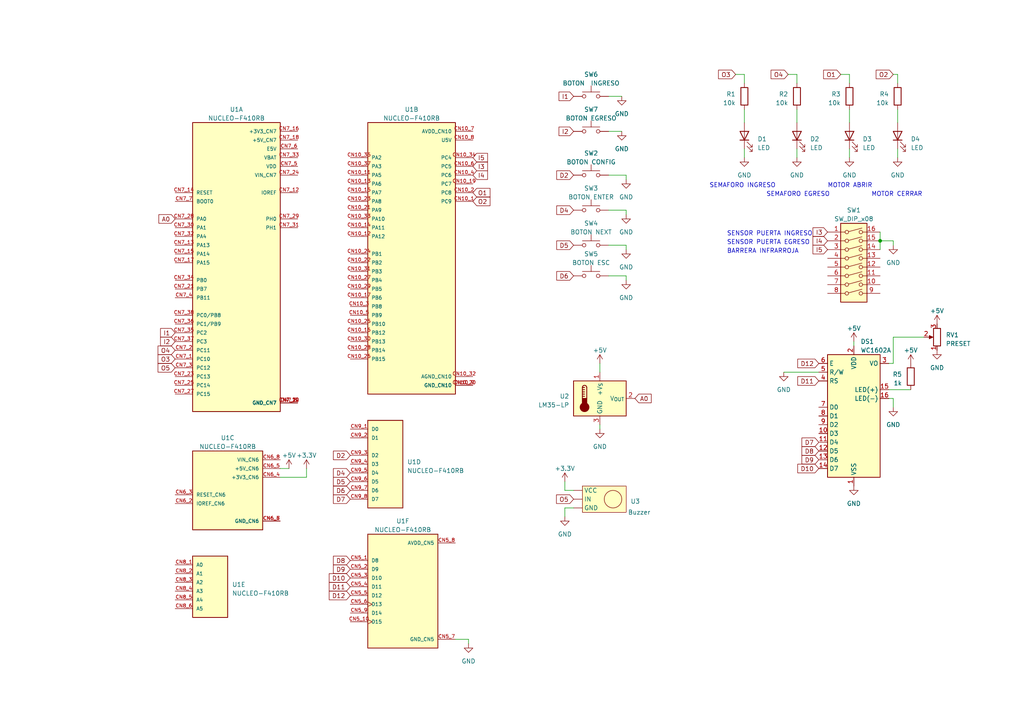
<source format=kicad_sch>
(kicad_sch (version 20230121) (generator eeschema)
  (paper "A4")
  (lib_symbols
    (symbol "Device:LED" (pin_numbers hide) (pin_names (offset 1.016) hide)
      (property "Reference" "D" (at 0 2.54 0))
      (property "Value" "LED" (at 0 -2.54 0))
      (symbol "LED_0_1"
        (polyline (pts (xy -1.27 -1.27) (xy -1.27 1.27)) (stroke (width 0.254)))
        (polyline (pts (xy -1.27 0) (xy 1.27 0)))
        (polyline (pts (xy 1.27 -1.27) (xy 1.27 1.27) (xy -1.27 0) (xy 1.27 -1.27)) (stroke (width 0.254)))
        (polyline (pts (xy -3.048 -0.762) (xy -4.572 -2.286) (xy -3.81 -2.286) (xy -4.572 -2.286) (xy -4.572 -1.524)))
        (polyline (pts (xy -1.778 -0.762) (xy -3.302 -2.286) (xy -2.54 -2.286) (xy -3.302 -2.286) (xy -3.302 -1.524)))
      )
      (symbol "LED_1_1"
        (pin passive line (at -3.81 0 0) (length 2.54) (name "K") (number "1"))
        (pin passive line (at 3.81 0 180) (length 2.54) (name "A") (number "2"))
      )
    )
    (symbol "Device:R" (pin_numbers hide) (pin_names (offset 0))
      (property "Reference" "R" (at 2.032 0 90))
      (property "Value" "R" (at 0 0 90))
      (symbol "R_0_1"
        (rectangle (start -1.016 -2.54) (end 1.016 2.54) (stroke (width 0.254)))
      )
      (symbol "R_1_1"
        (pin passive line (at 0 3.81 270) (length 1.27) (name "~") (number "1"))
        (pin passive line (at 0 -3.81 90) (length 1.27) (name "~") (number "2"))
      )
    )
    (symbol "Device:R_Potentiometer" (pin_names (offset 1.016) hide)
      (property "Reference" "RV" (at -4.445 0 90))
      (property "Value" "R_Potentiometer" (at -2.54 0 90))
      (symbol "R_Potentiometer_0_1"
        (polyline (pts (xy 2.54 0) (xy 1.524 0)))
        (polyline (pts (xy 1.143 0) (xy 2.286 0.508) (xy 2.286 -0.508) (xy 1.143 0)) (fill (type outline)))
        (rectangle (start 1.016 2.54) (end -1.016 -2.54) (stroke (width 0.254)))
      )
      (symbol "R_Potentiometer_1_1"
        (pin passive line (at 0 3.81 270) (length 1.27) (name "1") (number "1"))
        (pin passive line (at 3.81 0 180) (length 1.27) (name "2") (number "2"))
        (pin passive line (at 0 -3.81 90) (length 1.27) (name "3") (number "3"))
      )
    )
    (symbol "Display_Character:WC1602A"
      (property "Reference" "DS" (at -5.842 19.05 0))
      (property "Value" "WC1602A" (at 5.334 19.05 0))
      (symbol "WC1602A_1_1"
        (rectangle (start -7.62 17.78) (end 7.62 -17.78) (stroke (width 0.254)) (fill (type background)))
        (pin power_in line (at 0 -20.32 90) (length 2.54) (name "VSS") (number "1"))
        (pin input line (at -10.16 -5.08 0) (length 2.54) (name "D3") (number "10"))
        (pin input line (at -10.16 -7.62 0) (length 2.54) (name "D4") (number "11"))
        (pin input line (at -10.16 -10.16 0) (length 2.54) (name "D5") (number "12"))
        (pin input line (at -10.16 -12.7 0) (length 2.54) (name "D6") (number "13"))
        (pin input line (at -10.16 -15.24 0) (length 2.54) (name "D7") (number "14"))
        (pin power_in line (at 10.16 7.62 180) (length 2.54) (name "LED(+)") (number "15"))
        (pin power_in line (at 10.16 5.08 180) (length 2.54) (name "LED(-)") (number "16"))
        (pin power_in line (at 0 20.32 270) (length 2.54) (name "VDD") (number "2"))
        (pin input line (at 10.16 15.24 180) (length 2.54) (name "VO") (number "3"))
        (pin input line (at -10.16 10.16 0) (length 2.54) (name "RS") (number "4"))
        (pin input line (at -10.16 12.7 0) (length 2.54) (name "R/W") (number "5"))
        (pin input line (at -10.16 15.24 0) (length 2.54) (name "E") (number "6"))
        (pin input line (at -10.16 2.54 0) (length 2.54) (name "D0") (number "7"))
        (pin input line (at -10.16 0 0) (length 2.54) (name "D1") (number "8"))
        (pin input line (at -10.16 -2.54 0) (length 2.54) (name "D2") (number "9"))
      )
    )
    (symbol "NUCLEO-F410RB:NUCLEO-F410RB" (pin_names (offset 1.016))
      (property "Reference" "U" (at -12.7 41.91 0))
      (property "Value" "NUCLEO-F410RB" (at -12.7 -44.45 0))
      (symbol "NUCLEO-F410RB_1_0"
        (rectangle (start -12.7 -43.18) (end 12.7 40.64) (stroke (width 0.254)) (fill (type background)))
        (pin bidirectional line (at -17.78 -27.94 0) (length 5.08) (name "PC10") (number "CN7_1"))
        (pin bidirectional line (at 17.78 20.32 180) (length 5.08) (name "IOREF") (number "CN7_12"))
        (pin bidirectional line (at -17.78 5.08 0) (length 5.08) (name "PA13") (number "CN7_13"))
        (pin bidirectional line (at -17.78 20.32 0) (length 5.08) (name "RESET") (number "CN7_14"))
        (pin bidirectional line (at -17.78 2.54 0) (length 5.08) (name "PA14") (number "CN7_15"))
        (pin power_in line (at 17.78 38.1 180) (length 5.08) (name "+3V3_CN7") (number "CN7_16"))
        (pin bidirectional line (at -17.78 0 0) (length 5.08) (name "PA15") (number "CN7_17"))
        (pin power_in line (at 17.78 35.56 180) (length 5.08) (name "+5V_CN7") (number "CN7_18"))
        (pin power_in line (at 17.78 -40.64 180) (length 5.08) (name "GND_CN7") (number "CN7_19"))
        (pin bidirectional line (at -17.78 -25.4 0) (length 5.08) (name "PC11") (number "CN7_2"))
        (pin power_in line (at 17.78 -40.64 180) (length 5.08) (name "GND_CN7") (number "CN7_20"))
        (pin bidirectional line (at -17.78 -7.62 0) (length 5.08) (name "PB7") (number "CN7_21"))
        (pin power_in line (at 17.78 -40.64 180) (length 5.08) (name "GND_CN7") (number "CN7_22"))
        (pin bidirectional line (at -17.78 -33.02 0) (length 5.08) (name "PC13") (number "CN7_23"))
        (pin power_in line (at 17.78 25.4 180) (length 5.08) (name "VIN_CN7") (number "CN7_24"))
        (pin bidirectional line (at -17.78 -35.56 0) (length 5.08) (name "PC14") (number "CN7_25"))
        (pin bidirectional line (at -17.78 -38.1 0) (length 5.08) (name "PC15") (number "CN7_27"))
        (pin bidirectional line (at -17.78 12.7 0) (length 5.08) (name "PA0") (number "CN7_28"))
        (pin bidirectional line (at 17.78 12.7 180) (length 5.08) (name "PH0") (number "CN7_29"))
        (pin bidirectional line (at -17.78 -30.48 0) (length 5.08) (name "PC12") (number "CN7_3"))
        (pin bidirectional line (at -17.78 10.16 0) (length 5.08) (name "PA1") (number "CN7_30"))
        (pin bidirectional line (at 17.78 10.16 180) (length 5.08) (name "PH1") (number "CN7_31"))
        (pin bidirectional line (at -17.78 7.62 0) (length 5.08) (name "PA4") (number "CN7_32"))
        (pin power_in line (at 17.78 30.48 180) (length 5.08) (name "VBAT") (number "CN7_33"))
        (pin bidirectional line (at -17.78 -5.08 0) (length 5.08) (name "PB0") (number "CN7_34"))
        (pin bidirectional line (at -17.78 -20.32 0) (length 5.08) (name "PC2") (number "CN7_35"))
        (pin bidirectional line (at -17.78 -17.78 0) (length 5.08) (name "PC1/PB9") (number "CN7_36"))
        (pin bidirectional line (at -17.78 -22.86 0) (length 5.08) (name "PC3") (number "CN7_37"))
        (pin bidirectional line (at -17.78 -15.24 0) (length 5.08) (name "PC0/PB8") (number "CN7_38"))
        (pin bidirectional line (at -17.78 -10.16 0) (length 5.08) (name "PB11") (number "CN7_4"))
        (pin power_in line (at 17.78 27.94 180) (length 5.08) (name "VDD") (number "CN7_5"))
        (pin power_in line (at 17.78 33.02 180) (length 5.08) (name "E5V") (number "CN7_6"))
        (pin bidirectional line (at -17.78 17.78 0) (length 5.08) (name "BOOT0") (number "CN7_7"))
        (pin power_in line (at 17.78 -40.64 180) (length 5.08) (name "GND_CN7") (number "CN7_8"))
      )
      (symbol "NUCLEO-F410RB_2_0"
        (rectangle (start -12.7 -40.64) (end 12.7 38.1) (stroke (width 0.254)) (fill (type background)))
        (pin bidirectional line (at 17.78 15.24 180) (length 5.08) (name "PC9") (number "CN10_1"))
        (pin bidirectional line (at -17.78 22.86 0) (length 5.08) (name "PA5") (number "CN10_11"))
        (pin bidirectional line (at -17.78 5.08 0) (length 5.08) (name "PA12") (number "CN10_12"))
        (pin bidirectional line (at -17.78 20.32 0) (length 5.08) (name "PA6") (number "CN10_13"))
        (pin bidirectional line (at -17.78 7.62 0) (length 5.08) (name "PA11") (number "CN10_14"))
        (pin bidirectional line (at -17.78 17.78 0) (length 5.08) (name "PA7") (number "CN10_15"))
        (pin bidirectional line (at -17.78 -22.86 0) (length 5.08) (name "PB12") (number "CN10_16"))
        (pin bidirectional line (at -17.78 -12.7 0) (length 5.08) (name "PB6") (number "CN10_17"))
        (pin bidirectional line (at 17.78 20.32 180) (length 5.08) (name "PC7") (number "CN10_19"))
        (pin bidirectional line (at 17.78 17.78 180) (length 5.08) (name "PC8") (number "CN10_2"))
        (pin power_in line (at 17.78 -38.1 180) (length 5.08) (name "GND_CN10") (number "CN10_20"))
        (pin bidirectional line (at -17.78 12.7 0) (length 5.08) (name "PA9") (number "CN10_21"))
        (pin bidirectional line (at -17.78 -2.54 0) (length 5.08) (name "PB2") (number "CN10_22"))
        (pin bidirectional line (at -17.78 15.24 0) (length 5.08) (name "PA8") (number "CN10_23"))
        (pin bidirectional line (at -17.78 0 0) (length 5.08) (name "PB1") (number "CN10_24"))
        (pin bidirectional line (at -17.78 -20.32 0) (length 5.08) (name "PB10") (number "CN10_25"))
        (pin bidirectional line (at -17.78 -30.48 0) (length 5.08) (name "PB15") (number "CN10_26"))
        (pin bidirectional line (at -17.78 -7.62 0) (length 5.08) (name "PB4") (number "CN10_27"))
        (pin bidirectional line (at -17.78 -27.94 0) (length 5.08) (name "PB14") (number "CN10_28"))
        (pin bidirectional line (at -17.78 -10.16 0) (length 5.08) (name "PB5") (number "CN10_29"))
        (pin bidirectional line (at -17.78 -15.24 0) (length 5.08) (name "PB8") (number "CN10_3"))
        (pin bidirectional line (at -17.78 -25.4 0) (length 5.08) (name "PB13") (number "CN10_30"))
        (pin bidirectional line (at -17.78 -5.08 0) (length 5.08) (name "PB3") (number "CN10_31"))
        (pin power_in line (at 17.78 -35.56 180) (length 5.08) (name "AGND_CN10") (number "CN10_32"))
        (pin bidirectional line (at -17.78 10.16 0) (length 5.08) (name "PA10") (number "CN10_33"))
        (pin bidirectional line (at 17.78 27.94 180) (length 5.08) (name "PC4") (number "CN10_34"))
        (pin bidirectional line (at -17.78 27.94 0) (length 5.08) (name "PA2") (number "CN10_35"))
        (pin bidirectional line (at -17.78 25.4 0) (length 5.08) (name "PA3") (number "CN10_37"))
        (pin bidirectional line (at 17.78 22.86 180) (length 5.08) (name "PC6") (number "CN10_4"))
        (pin bidirectional line (at -17.78 -17.78 0) (length 5.08) (name "PB9") (number "CN10_5"))
        (pin bidirectional line (at 17.78 25.4 180) (length 5.08) (name "PC5") (number "CN10_6"))
        (pin power_in line (at 17.78 35.56 180) (length 5.08) (name "AVDD_CN10") (number "CN10_7"))
        (pin power_in line (at 17.78 33.02 180) (length 5.08) (name "U5V") (number "CN10_8"))
        (pin power_in line (at 17.78 -38.1 180) (length 5.08) (name "GND_CN10") (number "CN10_9"))
      )
      (symbol "NUCLEO-F410RB_3_0"
        (rectangle (start -10.16 -12.7) (end 10.16 10.16) (stroke (width 0.254)) (fill (type background)))
        (pin bidirectional line (at -15.24 -5.08 0) (length 5.08) (name "IOREF_CN6") (number "CN6_2"))
        (pin bidirectional line (at -15.24 -2.54 0) (length 5.08) (name "RESET_CN6") (number "CN6_3"))
        (pin power_in line (at 15.24 2.54 180) (length 5.08) (name "+3V3_CN6") (number "CN6_4"))
        (pin power_in line (at 15.24 5.08 180) (length 5.08) (name "+5V_CN6") (number "CN6_5"))
        (pin power_in line (at 15.24 -10.16 180) (length 5.08) (name "GND_CN6") (number "CN6_6"))
        (pin power_in line (at 15.24 -10.16 180) (length 5.08) (name "GND_CN6") (number "CN6_7"))
        (pin power_in line (at 15.24 7.62 180) (length 5.08) (name "VIN_CN6") (number "CN6_8"))
      )
      (symbol "NUCLEO-F410RB_4_0"
        (rectangle (start -5.08 -12.7) (end 5.08 12.7) (stroke (width 0.254)) (fill (type background)))
        (pin input line (at -10.16 10.16 0) (length 5.08) (name "D0") (number "CN9_1"))
        (pin output line (at -10.16 7.62 0) (length 5.08) (name "D1") (number "CN9_2"))
        (pin bidirectional line (at -10.16 2.54 0) (length 5.08) (name "D2") (number "CN9_3"))
        (pin bidirectional line (at -10.16 0 0) (length 5.08) (name "D3") (number "CN9_4"))
        (pin bidirectional line (at -10.16 -2.54 0) (length 5.08) (name "D4") (number "CN9_5"))
        (pin bidirectional line (at -10.16 -5.08 0) (length 5.08) (name "D5") (number "CN9_6"))
        (pin bidirectional line (at -10.16 -7.62 0) (length 5.08) (name "D6") (number "CN9_7"))
        (pin bidirectional line (at -10.16 -10.16 0) (length 5.08) (name "D7") (number "CN9_8"))
      )
      (symbol "NUCLEO-F410RB_5_0"
        (rectangle (start -5.08 -10.16) (end 5.08 7.62) (stroke (width 0.254)) (fill (type background)))
        (pin input line (at -10.16 5.08 0) (length 5.08) (name "A0") (number "CN8_1"))
        (pin input line (at -10.16 2.54 0) (length 5.08) (name "A1") (number "CN8_2"))
        (pin input line (at -10.16 0 0) (length 5.08) (name "A2") (number "CN8_3"))
        (pin input line (at -10.16 -2.54 0) (length 5.08) (name "A3") (number "CN8_4"))
        (pin input line (at -10.16 -5.08 0) (length 5.08) (name "A4") (number "CN8_5"))
        (pin input line (at -10.16 -7.62 0) (length 5.08) (name "A5") (number "CN8_6"))
      )
      (symbol "NUCLEO-F410RB_6_0"
        (rectangle (start -10.16 -17.78) (end 10.16 15.24) (stroke (width 0.254)) (fill (type background)))
        (pin bidirectional line (at -15.24 7.62 0) (length 5.08) (name "D8") (number "CN5_1"))
        (pin bidirectional clock (at -15.24 -10.16 0) (length 5.08) (name "D15") (number "CN5_10"))
        (pin bidirectional line (at -15.24 5.08 0) (length 5.08) (name "D9") (number "CN5_2"))
        (pin bidirectional line (at -15.24 2.54 0) (length 5.08) (name "D10") (number "CN5_3"))
        (pin bidirectional line (at -15.24 0 0) (length 5.08) (name "D11") (number "CN5_4"))
        (pin bidirectional line (at -15.24 -2.54 0) (length 5.08) (name "D12") (number "CN5_5"))
        (pin bidirectional clock (at -15.24 -5.08 0) (length 5.08) (name "D13") (number "CN5_6"))
        (pin power_in line (at 15.24 -15.24 180) (length 5.08) (name "GND_CN5") (number "CN5_7"))
        (pin power_in line (at 15.24 12.7 180) (length 5.08) (name "AVDD_CN5") (number "CN5_8"))
        (pin bidirectional line (at -15.24 -7.62 0) (length 5.08) (name "D14") (number "CN5_9"))
      )
    )
    (symbol "Sensor_Temperature:LM35-LP"
      (property "Reference" "U" (at -6.35 6.35 0))
      (property "Value" "LM35-LP" (at 1.27 6.35 0))
      (symbol "LM35-LP_0_1"
        (rectangle (start -7.62 5.08) (end 7.62 -5.08) (stroke (width 0.254)) (fill (type background)))
        (circle (center -4.445 -2.54) (radius 1.27) (stroke (width 0.254)) (fill (type outline)))
        (rectangle (start -3.81 -1.905) (end -5.08 0) (stroke (width 0.254)) (fill (type outline)))
        (arc (start -3.81 3.175) (mid -4.445 3.8073) (end -5.08 3.175) (stroke (width 0.254)))
        (polyline (pts (xy -5.08 0.635) (xy -4.445 0.635)) (stroke (width 0.254)))
        (polyline (pts (xy -5.08 1.27) (xy -4.445 1.27)) (stroke (width 0.254)))
        (polyline (pts (xy -5.08 1.905) (xy -4.445 1.905)) (stroke (width 0.254)))
        (polyline (pts (xy -5.08 2.54) (xy -4.445 2.54)) (stroke (width 0.254)))
        (polyline (pts (xy -5.08 3.175) (xy -5.08 0)) (stroke (width 0.254)))
        (polyline (pts (xy -5.08 3.175) (xy -4.445 3.175)) (stroke (width 0.254)))
        (polyline (pts (xy -3.81 3.175) (xy -3.81 0)) (stroke (width 0.254)))
      )
      (symbol "LM35-LP_1_1"
        (pin power_in line (at 0 7.62 270) (length 2.54) (name "+V_{S}") (number "1"))
        (pin output line (at 10.16 0 180) (length 2.54) (name "V_{OUT}") (number "2"))
        (pin power_in line (at 0 -7.62 90) (length 2.54) (name "GND") (number "3"))
      )
    )
    (symbol "Switch:SW_DIP_x08" (pin_names (offset 0) hide)
      (property "Reference" "SW" (at 0 13.97 0))
      (property "Value" "SW_DIP_x08" (at 0 -11.43 0))
      (symbol "SW_DIP_x08_0_0"
        (circle (center -2.032 -7.62) (radius 0.508))
        (circle (center -2.032 -5.08) (radius 0.508))
        (circle (center -2.032 -2.54) (radius 0.508))
        (circle (center -2.032 0) (radius 0.508))
        (circle (center -2.032 2.54) (radius 0.508))
        (circle (center -2.032 5.08) (radius 0.508))
        (circle (center -2.032 7.62) (radius 0.508))
        (circle (center -2.032 10.16) (radius 0.508))
        (polyline (pts (xy -1.524 -7.4676) (xy 2.3622 -6.4262)))
        (polyline (pts (xy -1.524 -4.9276) (xy 2.3622 -3.8862)))
        (polyline (pts (xy -1.524 -2.3876) (xy 2.3622 -1.3462)))
        (polyline (pts (xy -1.524 0.127) (xy 2.3622 1.1684)))
        (polyline (pts (xy -1.524 2.667) (xy 2.3622 3.7084)))
        (polyline (pts (xy -1.524 5.207) (xy 2.3622 6.2484)))
        (polyline (pts (xy -1.524 7.747) (xy 2.3622 8.7884)))
        (polyline (pts (xy -1.524 10.287) (xy 2.3622 11.3284)))
        (circle (center 2.032 -7.62) (radius 0.508))
        (circle (center 2.032 -5.08) (radius 0.508))
        (circle (center 2.032 -2.54) (radius 0.508))
        (circle (center 2.032 0) (radius 0.508))
        (circle (center 2.032 2.54) (radius 0.508))
        (circle (center 2.032 5.08) (radius 0.508))
        (circle (center 2.032 7.62) (radius 0.508))
        (circle (center 2.032 10.16) (radius 0.508))
      )
      (symbol "SW_DIP_x08_0_1"
        (rectangle (start -3.81 12.7) (end 3.81 -10.16) (stroke (width 0.254)) (fill (type background)))
      )
      (symbol "SW_DIP_x08_1_1"
        (pin passive line (at -7.62 10.16 0) (length 5.08) (name "~") (number "1"))
        (pin passive line (at 7.62 -5.08 180) (length 5.08) (name "~") (number "10"))
        (pin passive line (at 7.62 -2.54 180) (length 5.08) (name "~") (number "11"))
        (pin passive line (at 7.62 0 180) (length 5.08) (name "~") (number "12"))
        (pin passive line (at 7.62 2.54 180) (length 5.08) (name "~") (number "13"))
        (pin passive line (at 7.62 5.08 180) (length 5.08) (name "~") (number "14"))
        (pin passive line (at 7.62 7.62 180) (length 5.08) (name "~") (number "15"))
        (pin passive line (at 7.62 10.16 180) (length 5.08) (name "~") (number "16"))
        (pin passive line (at -7.62 7.62 0) (length 5.08) (name "~") (number "2"))
        (pin passive line (at -7.62 5.08 0) (length 5.08) (name "~") (number "3"))
        (pin passive line (at -7.62 2.54 0) (length 5.08) (name "~") (number "4"))
        (pin passive line (at -7.62 0 0) (length 5.08) (name "~") (number "5"))
        (pin passive line (at -7.62 -2.54 0) (length 5.08) (name "~") (number "6"))
        (pin passive line (at -7.62 -5.08 0) (length 5.08) (name "~") (number "7"))
        (pin passive line (at -7.62 -7.62 0) (length 5.08) (name "~") (number "8"))
        (pin passive line (at 7.62 -7.62 180) (length 5.08) (name "~") (number "9"))
      )
    )
    (symbol "Switch:SW_Push" (pin_numbers hide) (pin_names (offset 1.016) hide)
      (property "Reference" "SW" (at 1.27 2.54 0))
      (property "Value" "SW_Push" (at 0 -1.524 0))
      (symbol "SW_Push_0_1"
        (circle (center -2.032 0) (radius 0.508))
        (polyline (pts (xy 0 1.27) (xy 0 3.048)))
        (polyline (pts (xy 2.54 1.27) (xy -2.54 1.27)))
        (circle (center 2.032 0) (radius 0.508))
        (pin passive line (at -5.08 0 0) (length 2.54) (name "1") (number "1"))
        (pin passive line (at 5.08 0 180) (length 2.54) (name "2") (number "2"))
      )
    )
    (symbol "buzzer_activo:buzzer_activo"
      (property "Reference" "U" (at 2.54 6.35 0))
      (symbol "buzzer_activo_0_1"
        (circle (center 2.54 0) (radius 2.54))
      )
      (symbol "buzzer_activo_1_1"
        (rectangle (start -6.35 3.81) (end 6.35 -3.81) (fill (type background)))
        (pin input line (at -8.89 -2.54 0) (length 2.54) (name "GND") (number ""))
        (pin input line (at -8.89 0 0) (length 2.54) (name "IN") (number ""))
        (pin input line (at -8.89 2.54 0) (length 2.54) (name "VCC") (number ""))
      )
    )
    (symbol "power:+3.3V" (power) (pin_names (offset 0))
      (property "Value" "+3.3V" (at 0 3.556 0))
      (symbol "+3.3V_0_1"
        (polyline (pts (xy -0.762 1.27) (xy 0 2.54)))
        (polyline (pts (xy 0 0) (xy 0 2.54)))
        (polyline (pts (xy 0 2.54) (xy 0.762 1.27)))
      )
      (symbol "+3.3V_1_1"
        (pin power_in line (at 0 0 90) (length 0) hide (name "+3.3V") (number "1"))
      )
    )
    (symbol "power:+5V" (power) (pin_names (offset 0))
      (property "Value" "+5V" (at 0 3.556 0))
      (symbol "+5V_0_1"
        (polyline (pts (xy -0.762 1.27) (xy 0 2.54)))
        (polyline (pts (xy 0 0) (xy 0 2.54)))
        (polyline (pts (xy 0 2.54) (xy 0.762 1.27)))
      )
      (symbol "+5V_1_1"
        (pin power_in line (at 0 0 90) (length 0) hide (name "+5V") (number "1"))
      )
    )
    (symbol "power:GND" (power) (pin_names (offset 0))
      (property "Value" "GND" (at 0 -3.81 0))
      (symbol "GND_0_1"
        (polyline (pts (xy 0 0) (xy 0 -1.27) (xy 1.27 -1.27) (xy 0 -2.54) (xy -1.27 -1.27) (xy 0 -1.27)))
      )
      (symbol "GND_1_1"
        (pin power_in line (at 0 0 270) (length 0) hide (name "GND") (number "1"))
      )
    )
  )
  (junction (at 255.27 69.85))
  (wire (pts (xy 173.99 105.41) (xy 173.99 107.95)))
  (wire (pts (xy 246.38 43.18) (xy 246.38 45.72)))
  (wire (pts (xy 176.53 50.8) (xy 181.61 50.8)))
  (wire (pts (xy 257.81 115.57) (xy 259.08 115.57)))
  (wire (pts (xy 243.84 21.59) (xy 246.38 21.59)))
  (wire (pts (xy 176.53 60.96) (xy 181.61 60.96)))
  (wire (pts (xy 257.81 113.03) (xy 264.16 113.03)))
  (wire (pts (xy 259.08 105.41) (xy 257.81 105.41)))
  (wire (pts (xy 181.61 80.01) (xy 181.61 81.28)))
  (wire (pts (xy 181.61 60.96) (xy 181.61 62.23)))
  (wire (pts (xy 259.08 69.85) (xy 255.27 69.85)))
  (wire (pts (xy 215.9 21.59) (xy 215.9 24.13)))
  (wire (pts (xy 173.99 123.19) (xy 173.99 124.46)))
  (wire (pts (xy 260.35 21.59) (xy 260.35 24.13)))
  (wire (pts (xy 181.61 50.8) (xy 181.61 52.07)))
  (wire (pts (xy 231.14 31.75) (xy 231.14 35.56)))
  (wire (pts (xy 246.38 31.75) (xy 246.38 35.56)))
  (wire (pts (xy 228.6 21.59) (xy 231.14 21.59)))
  (wire (pts (xy 81.28 138.43) (xy 88.9 138.43)))
  (wire (pts (xy 215.9 43.18) (xy 215.9 45.72)))
  (wire (pts (xy 260.35 43.18) (xy 260.35 45.72)))
  (wire (pts (xy 259.08 97.79) (xy 267.97 97.79)))
  (wire (pts (xy 163.83 147.32) (xy 166.37 147.32)))
  (wire (pts (xy 176.53 71.12) (xy 181.61 71.12)))
  (wire (pts (xy 260.35 31.75) (xy 260.35 35.56)))
  (wire (pts (xy 255.27 69.85) (xy 255.27 72.39)))
  (wire (pts (xy 231.14 43.18) (xy 231.14 45.72)))
  (wire (pts (xy 259.08 21.59) (xy 260.35 21.59)))
  (wire (pts (xy 163.83 147.32) (xy 163.83 149.86)))
  (wire (pts (xy 247.65 99.06) (xy 247.65 100.33)))
  (wire (pts (xy 135.89 186.69) (xy 135.89 185.42)))
  (wire (pts (xy 135.89 185.42) (xy 132.08 185.42)))
  (wire (pts (xy 176.53 27.94) (xy 180.34 27.94)))
  (wire (pts (xy 81.28 135.89) (xy 83.82 135.89)))
  (wire (pts (xy 215.9 31.75) (xy 215.9 35.56)))
  (wire (pts (xy 227.33 107.95) (xy 237.49 107.95)))
  (wire (pts (xy 259.08 97.79) (xy 259.08 105.41)))
  (wire (pts (xy 163.83 142.24) (xy 163.83 139.7)))
  (wire (pts (xy 181.61 71.12) (xy 181.61 72.39)))
  (wire (pts (xy 213.36 21.59) (xy 215.9 21.59)))
  (wire (pts (xy 255.27 67.31) (xy 255.27 69.85)))
  (wire (pts (xy 176.53 80.01) (xy 181.61 80.01)))
  (wire (pts (xy 231.14 21.59) (xy 231.14 24.13)))
  (wire (pts (xy 88.9 138.43) (xy 88.9 135.89)))
  (wire (pts (xy 176.53 38.1) (xy 180.34 38.1)))
  (wire (pts (xy 259.08 71.12) (xy 259.08 69.85)))
  (wire (pts (xy 246.38 21.59) (xy 246.38 24.13)))
  (wire (pts (xy 259.08 115.57) (xy 259.08 118.11)))
  (wire (pts (xy 166.37 142.24) (xy 163.83 142.24)))
  (text "SENSOR PUERTA INGRESO\n" (at 210.82 68.58 0) (effects (font (size 1.27 1.27)) (justify left bottom)))
  (text "SEMAFORO EGRESO" (at 222.25 57.15 0) (effects (font (size 1.27 1.27)) (justify left bottom)))
  (text "SEMAFORO INGRESO" (at 205.74 54.61 0) (effects (font (size 1.27 1.27)) (justify left bottom)))
  (text "BARRERA INFRARROJA\n" (at 210.82 73.66 0) (effects (font (size 1.27 1.27)) (justify left bottom)))
  (text "SENSOR PUERTA EGRESO\n" (at 210.82 71.12 0) (effects (font (size 1.27 1.27)) (justify left bottom)))
  (text "MOTOR ABRIR" (at 240.03 54.61 0) (effects (font (size 1.27 1.27)) (justify left bottom)))
  (text "MOTOR CERRAR" (at 252.73 57.15 0) (effects (font (size 1.27 1.27)) (justify left bottom)))
  (global_label "O3" (shape input) (at 50.8 104.14 180) (property "Intersheetrefs" "${INTERSHEET_REFS}" (effects hide)))
  (global_label "D10" (shape input) (at 101.6 167.64 180) (property "Intersheetrefs" "${INTERSHEET_REFS}" (effects hide)))
  (global_label "D12" (shape input) (at 237.49 105.41 180) (property "Intersheetrefs" "${INTERSHEET_REFS}" (effects hide)))
  (global_label "D9" (shape input) (at 101.6 165.1 180) (property "Intersheetrefs" "${INTERSHEET_REFS}" (effects hide)))
  (global_label "I3" (shape input) (at 240.03 67.31 180) (property "Intersheetrefs" "${INTERSHEET_REFS}" (effects hide)))
  (global_label "O2" (shape input) (at 259.08 21.59 180) (property "Intersheetrefs" "${INTERSHEET_REFS}" (effects hide)))
  (global_label "D6" (shape input) (at 166.37 80.01 180) (property "Intersheetrefs" "${INTERSHEET_REFS}" (effects hide)))
  (global_label "A0" (shape input) (at 50.8 63.5 180) (property "Intersheetrefs" "${INTERSHEET_REFS}" (effects hide)))
  (global_label "O4" (shape input) (at 228.6 21.59 180) (property "Intersheetrefs" "${INTERSHEET_REFS}" (effects hide)))
  (global_label "D5" (shape input) (at 101.6 139.7 180) (property "Intersheetrefs" "${INTERSHEET_REFS}" (effects hide)))
  (global_label "I2" (shape input) (at 50.8 99.06 180) (property "Intersheetrefs" "${INTERSHEET_REFS}" (effects hide)))
  (global_label "O1" (shape input) (at 137.16 55.88 0) (property "Intersheetrefs" "${INTERSHEET_REFS}" (effects hide)))
  (global_label "I2" (shape input) (at 166.37 38.1 180) (property "Intersheetrefs" "${INTERSHEET_REFS}" (effects hide)))
  (global_label "O5" (shape input) (at 50.8 106.68 180) (property "Intersheetrefs" "${INTERSHEET_REFS}" (effects hide)))
  (global_label "D4" (shape input) (at 101.6 137.16 180) (property "Intersheetrefs" "${INTERSHEET_REFS}" (effects hide)))
  (global_label "D7" (shape input) (at 237.49 128.27 180) (property "Intersheetrefs" "${INTERSHEET_REFS}" (effects hide)))
  (global_label "D12" (shape input) (at 101.6 172.72 180) (property "Intersheetrefs" "${INTERSHEET_REFS}" (effects hide)))
  (global_label "I1" (shape input) (at 166.37 27.94 180) (property "Intersheetrefs" "${INTERSHEET_REFS}" (effects hide)))
  (global_label "D11" (shape input) (at 101.6 170.18 180) (property "Intersheetrefs" "${INTERSHEET_REFS}" (effects hide)))
  (global_label "D5" (shape input) (at 166.37 71.12 180) (property "Intersheetrefs" "${INTERSHEET_REFS}" (effects hide)))
  (global_label "I4" (shape input) (at 137.16 50.8 0) (property "Intersheetrefs" "${INTERSHEET_REFS}" (effects hide)))
  (global_label "D2" (shape input) (at 166.37 50.8 180) (property "Intersheetrefs" "${INTERSHEET_REFS}" (effects hide)))
  (global_label "O1" (shape input) (at 243.84 21.59 180) (property "Intersheetrefs" "${INTERSHEET_REFS}" (effects hide)))
  (global_label "D8" (shape input) (at 101.6 162.56 180) (property "Intersheetrefs" "${INTERSHEET_REFS}" (effects hide)))
  (global_label "A0" (shape input) (at 184.15 115.57 0) (property "Intersheetrefs" "${INTERSHEET_REFS}" (effects hide)))
  (global_label "I5" (shape input) (at 137.16 45.72 0) (property "Intersheetrefs" "${INTERSHEET_REFS}" (effects hide)))
  (global_label "D8" (shape input) (at 237.49 130.81 180) (property "Intersheetrefs" "${INTERSHEET_REFS}" (effects hide)))
  (global_label "O2" (shape input) (at 137.16 58.42 0) (property "Intersheetrefs" "${INTERSHEET_REFS}" (effects hide)))
  (global_label "O4" (shape input) (at 50.8 101.6 180) (property "Intersheetrefs" "${INTERSHEET_REFS}" (effects hide)))
  (global_label "D7" (shape input) (at 101.6 144.78 180) (property "Intersheetrefs" "${INTERSHEET_REFS}" (effects hide)))
  (global_label "I1" (shape input) (at 50.8 96.52 180) (property "Intersheetrefs" "${INTERSHEET_REFS}" (effects hide)))
  (global_label "I4" (shape input) (at 240.03 69.85 180) (property "Intersheetrefs" "${INTERSHEET_REFS}" (effects hide)))
  (global_label "I3" (shape input) (at 137.16 48.26 0) (property "Intersheetrefs" "${INTERSHEET_REFS}" (effects hide)))
  (global_label "I5" (shape input) (at 240.03 72.39 180) (property "Intersheetrefs" "${INTERSHEET_REFS}" (effects hide)))
  (global_label "O3" (shape input) (at 213.36 21.59 180) (property "Intersheetrefs" "${INTERSHEET_REFS}" (effects hide)))
  (global_label "O5" (shape input) (at 166.37 144.78 180) (property "Intersheetrefs" "${INTERSHEET_REFS}" (effects hide)))
  (global_label "D11" (shape input) (at 237.49 110.49 180) (property "Intersheetrefs" "${INTERSHEET_REFS}" (effects hide)))
  (global_label "D9" (shape input) (at 237.49 133.35 180) (property "Intersheetrefs" "${INTERSHEET_REFS}" (effects hide)))
  (global_label "D4" (shape input) (at 166.37 60.96 180) (property "Intersheetrefs" "${INTERSHEET_REFS}" (effects hide)))
  (global_label "D2" (shape input) (at 101.6 132.08 180) (property "Intersheetrefs" "${INTERSHEET_REFS}" (effects hide)))
  (global_label "D10" (shape input) (at 237.49 135.89 180) (property "Intersheetrefs" "${INTERSHEET_REFS}" (effects hide)))
  (global_label "D6" (shape input) (at 101.6 142.24 180) (property "Intersheetrefs" "${INTERSHEET_REFS}" (effects hide)))
  (symbol (lib_id "power:GND") (at 180.34 27.94 0) (unit 1)
    (property "Reference" "#PWR05" (effects hide))
    (property "Value" "GND" (at 180.34 33.02 0))
  )
  (symbol (lib_id "Sensor_Temperature:LM35-LP") (at 173.99 115.57 0) (unit 1)
    (property "Reference" "U2" (at 165.1 114.935 0) (effects (justify right)))
    (property "Value" "LM35-LP" (at 165.1 117.475 0) (effects (justify right)))
    (property "Footprint" "Package_TO_SOT_THT:TO-92_Inline" (effects hide))
    (property "Datasheet" "http://www.ti.com/lit/ds/symlink/lm35.pdf" (effects hide))
  )
  (symbol (lib_id "NUCLEO-F410RB:NUCLEO-F410RB") (at 68.58 76.2 0) (unit 1)
    (property "Reference" "U1" (at 68.58 31.75 0))
    (property "Value" "NUCLEO-F410RB" (at 68.58 34.29 0))
    (property "Footprint" "NUCLEO-F410RB:ST_NUCLEO-F410RB" (effects hide))
    (property "MF" "STMicroelectronics" (effects hide))
    (property "Description" "\n                        \n                            STM32F410RB, mbed-Enabled Development Nucleo-64 STM32F4 ARM® Cortex®-M4 MCU 32-Bit Embedded Evaluation Board\n                        \n" (effects hide))
    (property "Package" "None" (effects hide))
    (property "Price" "None" (effects hide))
    (property "Check_prices" "https://www.snapeda.com/parts/NUCLEO-F410RB/STMicroelectronics/view-part/?ref=eda" (effects hide))
    (property "STANDARD" "Manufacturer Recommendations" (effects hide))
    (property "PARTREV" "13" (effects hide))
    (property "SnapEDA_Link" "https://www.snapeda.com/parts/NUCLEO-F410RB/STMicroelectronics/view-part/?ref=snap" (effects hide))
    (property "MP" "NUCLEO-F410RB" (effects hide))
    (property "Availability" "In Stock" (effects hide))
    (property "MANUFACTURER" "STMicroelectronics" (effects hide))
  )
  (symbol (lib_id "Switch:SW_Push") (at 171.45 38.1 0) (unit 1)
    (property "Reference" "SW7" (at 171.45 31.75 0))
    (property "Value" "BOTON EGRESO" (at 171.45 34.29 0))
  )
  (symbol (lib_id "power:GND") (at 247.65 140.97 0) (unit 1)
    (property "Reference" "#PWR018" (effects hide))
    (property "Value" "GND" (at 247.65 146.05 0))
  )
  (symbol (lib_id "power:GND") (at 180.34 38.1 0) (unit 1)
    (property "Reference" "#PWR06" (effects hide))
    (property "Value" "GND" (at 180.34 43.18 0))
  )
  (symbol (lib_id "Device:R_Potentiometer") (at 271.78 97.79 180) (unit 1)
    (property "Reference" "RV1" (at 274.32 97.155 0) (effects (justify right)))
    (property "Value" "PRESET" (at 274.32 99.695 0) (effects (justify right)))
    (property "Footprint" "Potentiometer_SMD:Potentiometer_ACP_CA6-VSMD_Vertical" (effects hide))
  )
  (symbol (lib_id "power:+5V") (at 247.65 99.06 0) (unit 1)
    (property "Reference" "#PWR016" (effects hide))
    (property "Value" "+5V" (at 247.65 95.25 0))
  )
  (symbol (lib_id "power:GND") (at 181.61 62.23 0) (unit 1)
    (property "Reference" "#PWR011" (effects hide))
    (property "Value" "GND" (at 181.61 67.31 0))
  )
  (symbol (lib_id "Switch:SW_Push") (at 171.45 71.12 0) (unit 1)
    (property "Reference" "SW4" (at 171.45 64.77 0))
    (property "Value" "BOTON NEXT" (at 171.45 67.31 0))
  )
  (symbol (lib_id "Device:LED") (at 260.35 39.37 90) (unit 1)
    (property "Reference" "D4" (at 264.16 40.3225 90) (effects (justify right)))
    (property "Value" "LED" (at 264.16 42.8625 90) (effects (justify right)))
  )
  (symbol (lib_id "power:+5V") (at 264.16 105.41 0) (unit 1)
    (property "Reference" "#PWR022" (effects hide))
    (property "Value" "+5V" (at 264.16 101.6 0))
  )
  (symbol (lib_id "power:GND") (at 246.38 45.72 0) (unit 1)
    (property "Reference" "#PWR03" (effects hide))
    (property "Value" "GND" (at 246.38 50.8 0))
  )
  (symbol (lib_id "power:GND") (at 259.08 118.11 0) (unit 1)
    (property "Reference" "#PWR021" (effects hide))
    (property "Value" "GND" (at 259.08 123.19 0))
  )
  (symbol (lib_id "power:GND") (at 271.78 101.6 0) (unit 1)
    (property "Reference" "#PWR020" (effects hide))
    (property "Value" "GND" (at 271.78 106.68 0))
  )
  (symbol (lib_id "NUCLEO-F410RB:NUCLEO-F410RB") (at 116.84 170.18 0) (unit 6)
    (property "Reference" "U1" (at 116.84 151.13 0))
    (property "Value" "NUCLEO-F410RB" (at 116.84 153.67 0))
    (property "Footprint" "NUCLEO-F410RB:ST_NUCLEO-F410RB" (effects hide))
    (property "MF" "STMicroelectronics" (effects hide))
    (property "Description" "\n                        \n                            STM32F410RB, mbed-Enabled Development Nucleo-64 STM32F4 ARM® Cortex®-M4 MCU 32-Bit Embedded Evaluation Board\n                        \n" (effects hide))
    (property "Package" "None" (effects hide))
    (property "Price" "None" (effects hide))
    (property "Check_prices" "https://www.snapeda.com/parts/NUCLEO-F410RB/STMicroelectronics/view-part/?ref=eda" (effects hide))
    (property "STANDARD" "Manufacturer Recommendations" (effects hide))
    (property "PARTREV" "13" (effects hide))
    (property "SnapEDA_Link" "https://www.snapeda.com/parts/NUCLEO-F410RB/STMicroelectronics/view-part/?ref=snap" (effects hide))
    (property "MP" "NUCLEO-F410RB" (effects hide))
    (property "Availability" "In Stock" (effects hide))
    (property "MANUFACTURER" "STMicroelectronics" (effects hide))
  )
  (symbol (lib_id "power:GND") (at 259.08 71.12 0) (unit 1)
    (property "Reference" "#PWR07" (effects hide))
    (property "Value" "GND" (at 259.08 76.2 0))
  )
  (symbol (lib_id "Switch:SW_Push") (at 171.45 80.01 0) (unit 1)
    (property "Reference" "SW5" (at 171.45 73.66 0))
    (property "Value" "BOTON ESC" (at 171.45 76.2 0))
  )
  (symbol (lib_id "power:GND") (at 173.99 124.46 0) (unit 1)
    (property "Reference" "#PWR015" (effects hide))
    (property "Value" "GND" (at 173.99 129.54 0))
  )
  (symbol (lib_id "power:GND") (at 135.89 186.69 0) (unit 1)
    (property "Reference" "#PWR017" (effects hide))
    (property "Value" "GND" (at 135.89 191.77 0))
  )
  (symbol (lib_id "Device:R") (at 246.38 27.94 0) (mirror y) (unit 1)
    (property "Reference" "R3" (at 243.84 27.305 0) (effects (justify left)))
    (property "Value" "10k" (at 243.84 29.845 0) (effects (justify left)))
  )
  (symbol (lib_id "power:GND") (at 231.14 45.72 0) (unit 1)
    (property "Reference" "#PWR02" (effects hide))
    (property "Value" "GND" (at 231.14 50.8 0))
  )
  (symbol (lib_id "Switch:SW_Push") (at 171.45 60.96 0) (unit 1)
    (property "Reference" "SW3" (at 171.45 54.61 0))
    (property "Value" "BOTON ENTER" (at 171.45 57.15 0))
  )
  (symbol (lib_id "Switch:SW_Push") (at 171.45 27.94 0) (unit 1)
    (property "Reference" "SW6" (at 171.45 21.59 0))
    (property "Value" "BOTON  INGRESO" (at 171.45 24.13 0))
  )
  (symbol (lib_id "Device:R") (at 264.16 109.22 0) (mirror y) (unit 1)
    (property "Reference" "R5" (at 261.62 108.585 0) (effects (justify left)))
    (property "Value" "1k" (at 261.62 111.125 0) (effects (justify left)))
  )
  (symbol (lib_id "NUCLEO-F410RB:NUCLEO-F410RB") (at 119.38 73.66 0) (unit 2)
    (property "Reference" "U1" (at 119.38 31.75 0))
    (property "Value" "NUCLEO-F410RB" (at 119.38 34.29 0))
    (property "Footprint" "NUCLEO-F410RB:ST_NUCLEO-F410RB" (effects hide))
    (property "MF" "STMicroelectronics" (effects hide))
    (property "Description" "\n                        \n                            STM32F410RB, mbed-Enabled Development Nucleo-64 STM32F4 ARM® Cortex®-M4 MCU 32-Bit Embedded Evaluation Board\n                        \n" (effects hide))
    (property "Package" "None" (effects hide))
    (property "Price" "None" (effects hide))
    (property "Check_prices" "https://www.snapeda.com/parts/NUCLEO-F410RB/STMicroelectronics/view-part/?ref=eda" (effects hide))
    (property "STANDARD" "Manufacturer Recommendations" (effects hide))
    (property "PARTREV" "13" (effects hide))
    (property "SnapEDA_Link" "https://www.snapeda.com/parts/NUCLEO-F410RB/STMicroelectronics/view-part/?ref=snap" (effects hide))
    (property "MP" "NUCLEO-F410RB" (effects hide))
    (property "Availability" "In Stock" (effects hide))
    (property "MANUFACTURER" "STMicroelectronics" (effects hide))
  )
  (symbol (lib_id "Device:LED") (at 215.9 39.37 90) (unit 1)
    (property "Reference" "D1" (at 219.71 40.3225 90) (effects (justify right)))
    (property "Value" "LED" (at 219.71 42.8625 90) (effects (justify right)))
  )
  (symbol (lib_id "power:+5V") (at 83.82 135.89 0) (unit 1)
    (property "Reference" "#PWR09" (effects hide))
    (property "Value" "+5V" (at 83.82 132.08 0))
  )
  (symbol (lib_id "power:+3.3V") (at 88.9 135.89 0) (unit 1)
    (property "Reference" "#PWR08" (effects hide))
    (property "Value" "+3.3V" (at 88.9 132.08 0))
  )
  (symbol (lib_id "Switch:SW_DIP_x08") (at 247.65 77.47 0) (unit 1)
    (property "Reference" "SW1" (at 247.65 60.96 0))
    (property "Value" "SW_DIP_x08" (at 247.65 63.5 0))
  )
  (symbol (lib_id "Device:R") (at 231.14 27.94 0) (mirror y) (unit 1)
    (property "Reference" "R2" (at 228.6 27.305 0) (effects (justify left)))
    (property "Value" "10k" (at 228.6 29.845 0) (effects (justify left)))
  )
  (symbol (lib_id "NUCLEO-F410RB:NUCLEO-F410RB") (at 60.96 168.91 0) (unit 5)
    (property "Reference" "U1" (at 67.31 169.545 0) (effects (justify left)))
    (property "Value" "NUCLEO-F410RB" (at 67.31 172.085 0) (effects (justify left)))
    (property "Footprint" "NUCLEO-F410RB:ST_NUCLEO-F410RB" (effects hide))
    (property "MF" "STMicroelectronics" (effects hide))
    (property "Description" "\n                        \n                            STM32F410RB, mbed-Enabled Development Nucleo-64 STM32F4 ARM® Cortex®-M4 MCU 32-Bit Embedded Evaluation Board\n                        \n" (effects hide))
    (property "Package" "None" (effects hide))
    (property "Price" "None" (effects hide))
    (property "Check_prices" "https://www.snapeda.com/parts/NUCLEO-F410RB/STMicroelectronics/view-part/?ref=eda" (effects hide))
    (property "STANDARD" "Manufacturer Recommendations" (effects hide))
    (property "PARTREV" "13" (effects hide))
    (property "SnapEDA_Link" "https://www.snapeda.com/parts/NUCLEO-F410RB/STMicroelectronics/view-part/?ref=snap" (effects hide))
    (property "MP" "NUCLEO-F410RB" (effects hide))
    (property "Availability" "In Stock" (effects hide))
    (property "MANUFACTURER" "STMicroelectronics" (effects hide))
  )
  (symbol (lib_id "Display_Character:WC1602A") (at 247.65 120.65 0) (unit 1)
    (property "Reference" "DS1" (at 249.6059 99.06 0) (effects (justify left)))
    (property "Value" "WC1602A" (at 249.6059 101.6 0) (effects (justify left)))
    (property "Footprint" "Display:WC1602A" (effects hide))
    (property "Datasheet" "http://www.wincomlcd.com/pdf/WC1602A-SFYLYHTC06.pdf" (effects hide))
  )
  (symbol (lib_id "power:GND") (at 181.61 52.07 0) (unit 1)
    (property "Reference" "#PWR010" (effects hide))
    (property "Value" "GND" (at 181.61 57.15 0))
  )
  (symbol (lib_id "buzzer_activo:buzzer_activo") (at 175.26 144.78 0) (unit 1)
    (property "Reference" "U3" (at 182.88 145.415 0) (effects (justify left)))
    (property "Value" "Buzzer" (at 185.42 148.59 0))
  )
  (symbol (lib_id "power:GND") (at 260.35 45.72 0) (unit 1)
    (property "Reference" "#PWR04" (effects hide))
    (property "Value" "GND" (at 260.35 50.8 0))
  )
  (symbol (lib_id "power:GND") (at 163.83 149.86 0) (unit 1)
    (property "Reference" "#PWR024" (effects hide))
    (property "Value" "GND" (at 163.83 154.94 0))
  )
  (symbol (lib_id "power:GND") (at 181.61 81.28 0) (unit 1)
    (property "Reference" "#PWR013" (effects hide))
    (property "Value" "GND" (at 181.61 86.36 0))
  )
  (symbol (lib_id "power:GND") (at 181.61 72.39 0) (unit 1)
    (property "Reference" "#PWR012" (effects hide))
    (property "Value" "GND" (at 181.61 77.47 0))
  )
  (symbol (lib_id "power:+3.3V") (at 163.83 139.7 0) (unit 1)
    (property "Reference" "#PWR025" (effects hide))
    (property "Value" "+3.3V" (at 163.83 135.89 0))
  )
  (symbol (lib_id "Device:R") (at 260.35 27.94 0) (mirror y) (unit 1)
    (property "Reference" "R4" (at 257.81 27.305 0) (effects (justify left)))
    (property "Value" "10k" (at 257.81 29.845 0) (effects (justify left)))
  )
  (symbol (lib_id "power:GND") (at 215.9 45.72 0) (unit 1)
    (property "Reference" "#PWR01" (effects hide))
    (property "Value" "GND" (at 215.9 50.8 0))
  )
  (symbol (lib_id "Switch:SW_Push") (at 171.45 50.8 0) (unit 1)
    (property "Reference" "SW2" (at 171.45 44.45 0))
    (property "Value" "BOTON CONFIG" (at 171.45 46.99 0))
  )
  (symbol (lib_id "NUCLEO-F410RB:NUCLEO-F410RB") (at 111.76 134.62 0) (unit 4)
    (property "Reference" "U1" (at 118.11 133.985 0) (effects (justify left)))
    (property "Value" "NUCLEO-F410RB" (at 118.11 136.525 0) (effects (justify left)))
    (property "Footprint" "NUCLEO-F410RB:ST_NUCLEO-F410RB" (effects hide))
    (property "MF" "STMicroelectronics" (effects hide))
    (property "Description" "\n                        \n                            STM32F410RB, mbed-Enabled Development Nucleo-64 STM32F4 ARM® Cortex®-M4 MCU 32-Bit Embedded Evaluation Board\n                        \n" (effects hide))
    (property "Package" "None" (effects hide))
    (property "Price" "None" (effects hide))
    (property "Check_prices" "https://www.snapeda.com/parts/NUCLEO-F410RB/STMicroelectronics/view-part/?ref=eda" (effects hide))
    (property "STANDARD" "Manufacturer Recommendations" (effects hide))
    (property "PARTREV" "13" (effects hide))
    (property "SnapEDA_Link" "https://www.snapeda.com/parts/NUCLEO-F410RB/STMicroelectronics/view-part/?ref=snap" (effects hide))
    (property "MP" "NUCLEO-F410RB" (effects hide))
    (property "Availability" "In Stock" (effects hide))
    (property "MANUFACTURER" "STMicroelectronics" (effects hide))
  )
  (symbol (lib_id "power:GND") (at 227.33 107.95 0) (unit 1)
    (property "Reference" "#PWR023" (effects hide))
    (property "Value" "GND" (at 227.33 113.03 0))
  )
  (symbol (lib_id "Device:LED") (at 246.38 39.37 90) (unit 1)
    (property "Reference" "D3" (at 250.19 40.3225 90) (effects (justify right)))
    (property "Value" "LED" (at 250.19 42.8625 90) (effects (justify right)))
  )
  (symbol (lib_id "Device:R") (at 215.9 27.94 0) (mirror y) (unit 1)
    (property "Reference" "R1" (at 213.36 27.305 0) (effects (justify left)))
    (property "Value" "10k" (at 213.36 29.845 0) (effects (justify left)))
  )
  (symbol (lib_id "Device:LED") (at 231.14 39.37 90) (unit 1)
    (property "Reference" "D2" (at 234.95 40.3225 90) (effects (justify right)))
    (property "Value" "LED" (at 234.95 42.8625 90) (effects (justify right)))
  )
  (symbol (lib_id "power:+5V") (at 173.99 105.41 0) (unit 1)
    (property "Reference" "#PWR014" (effects hide))
    (property "Value" "+5V" (at 173.99 101.6 0))
  )
  (symbol (lib_id "power:+5V") (at 271.78 93.98 0) (unit 1)
    (property "Reference" "#PWR019" (effects hide))
    (property "Value" "+5V" (at 271.78 90.17 0))
  )
  (symbol (lib_id "NUCLEO-F410RB:NUCLEO-F410RB") (at 66.04 140.97 0) (unit 3)
    (property "Reference" "U1" (at 66.04 127 0))
    (property "Value" "NUCLEO-F410RB" (at 66.04 129.54 0))
    (property "Footprint" "NUCLEO-F410RB:ST_NUCLEO-F410RB" (effects hide))
    (property "MF" "STMicroelectronics" (effects hide))
    (property "Description" "\n                        \n                            STM32F410RB, mbed-Enabled Development Nucleo-64 STM32F4 ARM® Cortex®-M4 MCU 32-Bit Embedded Evaluation Board\n                        \n" (effects hide))
    (property "Package" "None" (effects hide))
    (property "Price" "None" (effects hide))
    (property "Check_prices" "https://www.snapeda.com/parts/NUCLEO-F410RB/STMicroelectronics/view-part/?ref=eda" (effects hide))
    (property "STANDARD" "Manufacturer Recommendations" (effects hide))
    (property "PARTREV" "13" (effects hide))
    (property "SnapEDA_Link" "https://www.snapeda.com/parts/NUCLEO-F410RB/STMicroelectronics/view-part/?ref=snap" (effects hide))
    (property "MP" "NUCLEO-F410RB" (effects hide))
    (property "Availability" "In Stock" (effects hide))
    (property "MANUFACTURER" "STMicroelectronics" (effects hide))
  )
)
</source>
